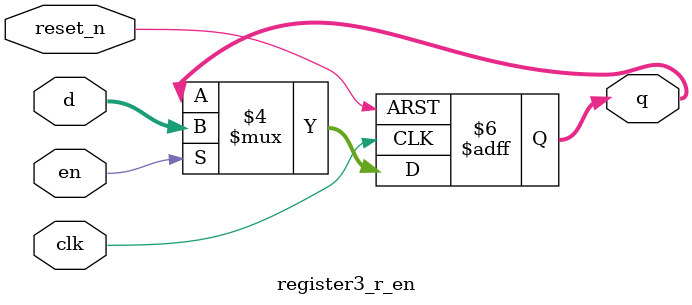
<source format=v>
module register3_r_en(clk, reset_n, en, d, q);
	input clk, reset_n, en;
	input [2:0] d;
	output reg [2:0] q;
	
	always@(posedge clk or negedge reset_n)
	begin
		if(reset_n == 0) q <= 2'b0; // reset_n == 0; output is 0
		else if(en) q <= d; // en == 1; register acts like DFF
		else q <= q; // en == 0; output maintains previous value
	end
	
endmodule
</source>
